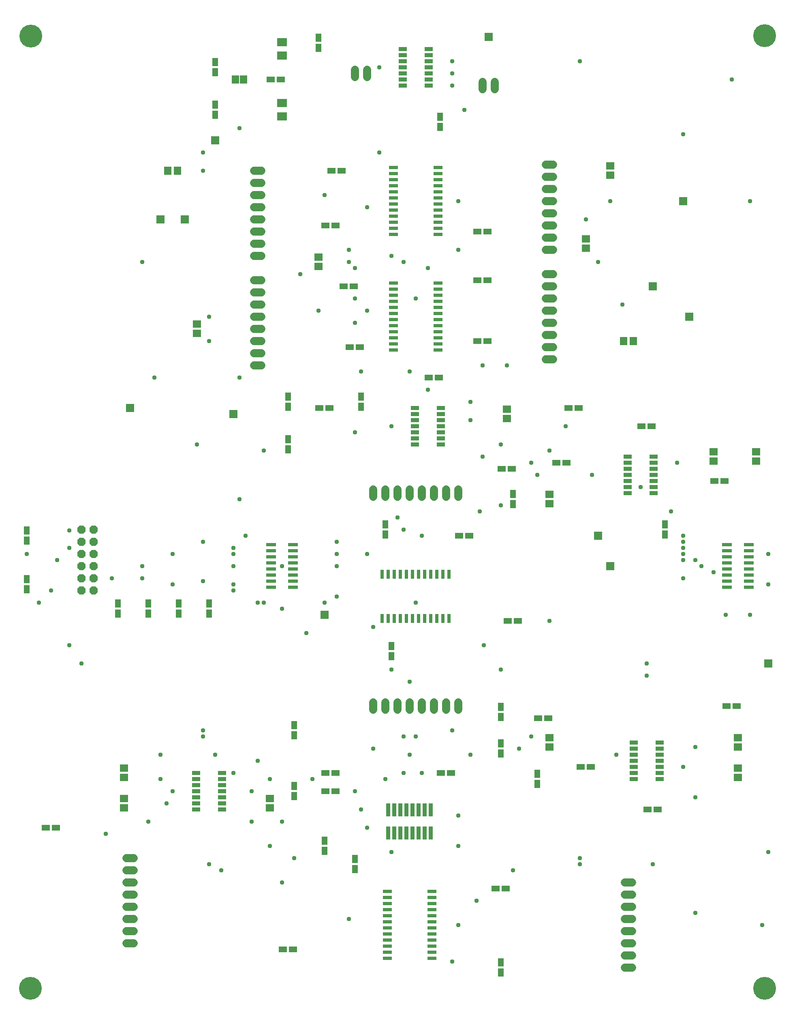
<source format=gbr>
G04 EAGLE Gerber X2 export*
%TF.Part,Single*%
%TF.FileFunction,Soldermask,Top,1*%
%TF.FilePolarity,Negative*%
%TF.GenerationSoftware,Autodesk,EAGLE,9.0.1*%
%TF.CreationDate,2019-04-22T21:04:02Z*%
G75*
%MOMM*%
%FSLAX34Y34*%
%LPD*%
%AMOC8*
5,1,8,0,0,1.08239X$1,22.5*%
G01*
%ADD10R,1.879600X0.711200*%
%ADD11R,1.803200X1.503200*%
%ADD12R,1.503200X1.803200*%
%ADD13R,1.203200X1.703200*%
%ADD14R,1.703200X1.203200*%
%ADD15R,0.711200X1.879600*%
%ADD16R,1.728200X0.853200*%
%ADD17P,1.869504X8X112.500000*%
%ADD18R,2.082800X0.711200*%
%ADD19R,0.812800X2.692400*%
%ADD20C,1.711200*%
%ADD21R,2.003200X1.803200*%
%ADD22R,1.503200X1.703200*%
%ADD23C,0.959600*%
%ADD24R,1.703200X1.703200*%
%ADD25C,4.775200*%


D10*
X791845Y1746250D03*
X791845Y1733550D03*
X791845Y1720850D03*
X791845Y1708150D03*
X791845Y1695450D03*
X791845Y1682750D03*
X791845Y1670050D03*
X791845Y1657350D03*
X791845Y1644650D03*
X791845Y1631950D03*
X791845Y1619250D03*
X791845Y1606550D03*
X884555Y1606550D03*
X884555Y1619250D03*
X884555Y1631950D03*
X884555Y1644650D03*
X884555Y1657350D03*
X884555Y1670050D03*
X884555Y1682750D03*
X884555Y1695450D03*
X884555Y1708150D03*
X884555Y1720850D03*
X884555Y1733550D03*
X884555Y1746250D03*
X791845Y1504950D03*
X791845Y1492250D03*
X791845Y1479550D03*
X791845Y1466850D03*
X791845Y1454150D03*
X791845Y1441450D03*
X791845Y1428750D03*
X791845Y1416050D03*
X791845Y1403350D03*
X791845Y1390650D03*
X791845Y1377950D03*
X791845Y1365250D03*
X884555Y1365250D03*
X884555Y1377950D03*
X884555Y1390650D03*
X884555Y1403350D03*
X884555Y1416050D03*
X884555Y1428750D03*
X884555Y1441450D03*
X884555Y1454150D03*
X884555Y1466850D03*
X884555Y1479550D03*
X884555Y1492250D03*
X884555Y1504950D03*
D11*
X1193800Y1597500D03*
X1193800Y1577500D03*
X1244600Y1729900D03*
X1244600Y1749900D03*
X381000Y1399700D03*
X381000Y1419700D03*
X1028700Y1241900D03*
X1028700Y1221900D03*
D12*
X1272700Y1384300D03*
X1292700Y1384300D03*
D11*
X1117600Y1044100D03*
X1117600Y1064100D03*
X1460500Y1153000D03*
X1460500Y1133000D03*
X1549400Y1153000D03*
X1549400Y1133000D03*
D13*
X571500Y1246775D03*
X571500Y1267825D03*
D14*
X1039225Y1117600D03*
X1018175Y1117600D03*
X886825Y1308100D03*
X865775Y1308100D03*
X658225Y1244600D03*
X637175Y1244600D03*
D13*
X723900Y1267825D03*
X723900Y1246775D03*
X571500Y1157875D03*
X571500Y1178925D03*
D14*
X1331325Y1206500D03*
X1310275Y1206500D03*
X1153525Y1130300D03*
X1132475Y1130300D03*
X1178925Y1244600D03*
X1157875Y1244600D03*
D13*
X1041400Y1043575D03*
X1041400Y1064625D03*
D15*
X908050Y897255D03*
X895350Y897255D03*
X882650Y897255D03*
X869950Y897255D03*
X857250Y897255D03*
X844550Y897255D03*
X831850Y897255D03*
X819150Y897255D03*
X806450Y897255D03*
X793750Y897255D03*
X781050Y897255D03*
X768350Y897255D03*
X768350Y804545D03*
X781050Y804545D03*
X793750Y804545D03*
X806450Y804545D03*
X819150Y804545D03*
X831850Y804545D03*
X844550Y804545D03*
X857250Y804545D03*
X869950Y804545D03*
X882650Y804545D03*
X895350Y804545D03*
X908050Y804545D03*
D10*
X779145Y234950D03*
X779145Y222250D03*
X779145Y209550D03*
X779145Y196850D03*
X779145Y184150D03*
X779145Y171450D03*
X779145Y158750D03*
X779145Y146050D03*
X779145Y133350D03*
X779145Y120650D03*
X779145Y107950D03*
X779145Y95250D03*
X871855Y95250D03*
X871855Y107950D03*
X871855Y120650D03*
X871855Y133350D03*
X871855Y146050D03*
X871855Y158750D03*
X871855Y171450D03*
X871855Y184150D03*
X871855Y196850D03*
X871855Y209550D03*
X871855Y222250D03*
X871855Y234950D03*
D11*
X228600Y492600D03*
X228600Y472600D03*
X228600Y409100D03*
X228600Y429100D03*
X533400Y409100D03*
X533400Y429100D03*
X1117600Y556100D03*
X1117600Y536100D03*
X1511300Y556100D03*
X1511300Y536100D03*
X1511300Y472600D03*
X1511300Y492600D03*
D14*
X1094375Y596900D03*
X1115425Y596900D03*
X912225Y482600D03*
X891175Y482600D03*
D13*
X1092200Y459375D03*
X1092200Y480425D03*
D14*
X1509125Y622300D03*
X1488075Y622300D03*
D13*
X1016000Y522875D03*
X1016000Y543925D03*
X1016000Y620125D03*
X1016000Y599075D03*
X1358900Y980075D03*
X1358900Y1001125D03*
D14*
X670925Y482600D03*
X649875Y482600D03*
X649875Y444500D03*
X670925Y444500D03*
D13*
X647700Y319675D03*
X647700Y340725D03*
X584200Y433975D03*
X584200Y455025D03*
D14*
X1344025Y406400D03*
X1322975Y406400D03*
D12*
X320200Y1739900D03*
X340200Y1739900D03*
D14*
X1462675Y1092200D03*
X1483725Y1092200D03*
D13*
X584200Y560975D03*
X584200Y582025D03*
D14*
X1204325Y495300D03*
X1183275Y495300D03*
D16*
X811080Y1993900D03*
X811080Y1981200D03*
X811080Y1968500D03*
X811080Y1955800D03*
X811080Y1943100D03*
X811080Y1930400D03*
X811080Y1917700D03*
X865320Y1917700D03*
X865320Y1930400D03*
X865320Y1943100D03*
X865320Y1955800D03*
X865320Y1968500D03*
X865320Y1981200D03*
X865320Y1993900D03*
X836480Y1244600D03*
X836480Y1231900D03*
X836480Y1219200D03*
X836480Y1206500D03*
X836480Y1193800D03*
X836480Y1181100D03*
X836480Y1168400D03*
X890720Y1168400D03*
X890720Y1181100D03*
X890720Y1193800D03*
X890720Y1206500D03*
X890720Y1219200D03*
X890720Y1231900D03*
X890720Y1244600D03*
X1280980Y1143000D03*
X1280980Y1130300D03*
X1280980Y1117600D03*
X1280980Y1104900D03*
X1280980Y1092200D03*
X1280980Y1079500D03*
X1280980Y1066800D03*
X1335220Y1066800D03*
X1335220Y1079500D03*
X1335220Y1092200D03*
X1335220Y1104900D03*
X1335220Y1117600D03*
X1335220Y1130300D03*
X1335220Y1143000D03*
X379280Y482600D03*
X379280Y469900D03*
X379280Y457200D03*
X379280Y444500D03*
X379280Y431800D03*
X379280Y419100D03*
X379280Y406400D03*
X433520Y406400D03*
X433520Y419100D03*
X433520Y431800D03*
X433520Y444500D03*
X433520Y457200D03*
X433520Y469900D03*
X433520Y482600D03*
X1293680Y546100D03*
X1293680Y533400D03*
X1293680Y520700D03*
X1293680Y508000D03*
X1293680Y495300D03*
X1293680Y482600D03*
X1293680Y469900D03*
X1347920Y469900D03*
X1347920Y482600D03*
X1347920Y495300D03*
X1347920Y508000D03*
X1347920Y520700D03*
X1347920Y533400D03*
X1347920Y546100D03*
D11*
X635000Y1539400D03*
X635000Y1559400D03*
D13*
X419100Y1877425D03*
X419100Y1856375D03*
X419100Y1966325D03*
X419100Y1945275D03*
D14*
X535575Y1930400D03*
X556625Y1930400D03*
X662575Y1739900D03*
X683625Y1739900D03*
X967375Y1612900D03*
X988425Y1612900D03*
X649875Y1625600D03*
X670925Y1625600D03*
D13*
X889000Y1830975D03*
X889000Y1852025D03*
D14*
X687975Y1498600D03*
X709025Y1498600D03*
X967375Y1384300D03*
X988425Y1384300D03*
X700675Y1371600D03*
X721725Y1371600D03*
X967375Y1511300D03*
X988425Y1511300D03*
X950325Y977900D03*
X929275Y977900D03*
D13*
X787400Y747125D03*
X787400Y726075D03*
X774700Y1001125D03*
X774700Y980075D03*
D14*
X1030875Y800100D03*
X1051925Y800100D03*
D13*
X711200Y302625D03*
X711200Y281575D03*
X1016000Y86725D03*
X1016000Y65675D03*
D14*
X560975Y114300D03*
X582025Y114300D03*
X1005475Y241300D03*
X1026525Y241300D03*
D13*
X215900Y836025D03*
X215900Y814975D03*
X279400Y836025D03*
X279400Y814975D03*
X342900Y836025D03*
X342900Y814975D03*
X406400Y836025D03*
X406400Y814975D03*
D14*
X86725Y368300D03*
X65675Y368300D03*
D13*
X25400Y967375D03*
X25400Y988425D03*
X25400Y886825D03*
X25400Y865775D03*
D17*
X165100Y863600D03*
X165100Y889000D03*
X165100Y914400D03*
X165100Y939800D03*
X165100Y965200D03*
X165100Y990600D03*
X139700Y863600D03*
X139700Y889000D03*
X139700Y914400D03*
X139700Y939800D03*
X139700Y965200D03*
X139700Y990600D03*
D18*
X581914Y869950D03*
X581914Y882650D03*
X581914Y895350D03*
X581914Y908050D03*
X581914Y920750D03*
X581914Y933450D03*
X581914Y946150D03*
X581914Y958850D03*
X535686Y958850D03*
X535686Y946150D03*
X535686Y933450D03*
X535686Y920750D03*
X535686Y908050D03*
X535686Y895350D03*
X535686Y882650D03*
X535686Y869950D03*
X1534414Y869950D03*
X1534414Y882650D03*
X1534414Y895350D03*
X1534414Y908050D03*
X1534414Y920750D03*
X1534414Y933450D03*
X1534414Y946150D03*
X1534414Y958850D03*
X1488186Y958850D03*
X1488186Y946150D03*
X1488186Y933450D03*
X1488186Y920750D03*
X1488186Y908050D03*
X1488186Y895350D03*
X1488186Y882650D03*
X1488186Y869950D03*
D19*
X781050Y356870D03*
X793750Y356870D03*
X806450Y356870D03*
X819150Y356870D03*
X831850Y356870D03*
X844550Y356870D03*
X857250Y356870D03*
X869950Y356870D03*
X869950Y405130D03*
X857250Y405130D03*
X844550Y405130D03*
X831850Y405130D03*
X819150Y405130D03*
X806450Y405130D03*
X793750Y405130D03*
X781050Y405130D03*
D20*
X515540Y1689100D02*
X500460Y1689100D01*
X500460Y1663700D02*
X515540Y1663700D01*
X515540Y1460500D02*
X500460Y1460500D01*
X500460Y1435100D02*
X515540Y1435100D01*
X515540Y1384300D02*
X500460Y1384300D01*
X500460Y1409700D02*
X515540Y1409700D01*
X515540Y1358900D02*
X500460Y1358900D01*
X500460Y1333500D02*
X515540Y1333500D01*
X1110060Y1346200D02*
X1125140Y1346200D01*
X1125140Y1371600D02*
X1110060Y1371600D01*
X1110060Y1422400D02*
X1125140Y1422400D01*
X1125140Y1397000D02*
X1110060Y1397000D01*
X927100Y1074340D02*
X927100Y1059260D01*
X901700Y1059260D02*
X901700Y1074340D01*
X876300Y1074340D02*
X876300Y1059260D01*
X850900Y1059260D02*
X850900Y1074340D01*
X1110060Y1524000D02*
X1125140Y1524000D01*
X1125140Y1498600D02*
X1110060Y1498600D01*
X1110060Y1447800D02*
X1125140Y1447800D01*
X1125140Y1473200D02*
X1110060Y1473200D01*
X825500Y1074340D02*
X825500Y1059260D01*
X800100Y1059260D02*
X800100Y1074340D01*
X515540Y1739900D02*
X500460Y1739900D01*
X500460Y1714500D02*
X515540Y1714500D01*
X749300Y1074340D02*
X749300Y1059260D01*
X774700Y1059260D02*
X774700Y1074340D01*
X927100Y629840D02*
X927100Y614760D01*
X901700Y614760D02*
X901700Y629840D01*
X850900Y629840D02*
X850900Y614760D01*
X876300Y614760D02*
X876300Y629840D01*
X825500Y629840D02*
X825500Y614760D01*
X800100Y614760D02*
X800100Y629840D01*
X774700Y629840D02*
X774700Y614760D01*
X749300Y614760D02*
X749300Y629840D01*
X1275160Y254000D02*
X1290240Y254000D01*
X1290240Y228600D02*
X1275160Y228600D01*
X1275160Y203200D02*
X1290240Y203200D01*
X1290240Y177800D02*
X1275160Y177800D01*
X1275160Y127000D02*
X1290240Y127000D01*
X1290240Y152400D02*
X1275160Y152400D01*
X1275160Y101600D02*
X1290240Y101600D01*
X1290240Y76200D02*
X1275160Y76200D01*
X248840Y304800D02*
X233760Y304800D01*
X233760Y279400D02*
X248840Y279400D01*
X1110060Y1600200D02*
X1125140Y1600200D01*
X1125140Y1574800D02*
X1110060Y1574800D01*
X248840Y228600D02*
X233760Y228600D01*
X233760Y254000D02*
X248840Y254000D01*
X248840Y203200D02*
X233760Y203200D01*
X233760Y177800D02*
X248840Y177800D01*
X248840Y127000D02*
X233760Y127000D01*
X233760Y152400D02*
X248840Y152400D01*
X977900Y1910160D02*
X977900Y1925240D01*
X1003300Y1925240D02*
X1003300Y1910160D01*
X736600Y1935560D02*
X736600Y1950640D01*
X711200Y1950640D02*
X711200Y1935560D01*
X1110060Y1727200D02*
X1125140Y1727200D01*
X1125140Y1752600D02*
X1110060Y1752600D01*
X515540Y1612900D02*
X500460Y1612900D01*
X500460Y1638300D02*
X515540Y1638300D01*
X515540Y1562100D02*
X500460Y1562100D01*
X500460Y1587500D02*
X515540Y1587500D01*
X1110060Y1625600D02*
X1125140Y1625600D01*
X1125140Y1651000D02*
X1110060Y1651000D01*
X1110060Y1676400D02*
X1125140Y1676400D01*
X1125140Y1701800D02*
X1110060Y1701800D01*
X515540Y1485900D02*
X500460Y1485900D01*
X500460Y1511300D02*
X515540Y1511300D01*
D21*
X558800Y1852900D03*
X558800Y1880900D03*
X558800Y1979900D03*
X558800Y2007900D03*
D13*
X635000Y2017125D03*
X635000Y1996075D03*
D22*
X461400Y1930400D03*
X478400Y1930400D03*
D23*
X762000Y1955800D03*
X850900Y977900D03*
X774700Y469900D03*
X698500Y177800D03*
X647700Y1689100D03*
X1257300Y520700D03*
X457200Y863600D03*
X330200Y444500D03*
X787400Y1206500D03*
X736600Y1447800D03*
X1485900Y812800D03*
X1206500Y1104900D03*
X1574800Y939800D03*
X1574800Y876300D03*
X749300Y787400D03*
X980920Y749300D03*
X76200Y863600D03*
X977900Y1143000D03*
X977900Y1333500D03*
X698500Y1574800D03*
X914400Y88900D03*
X139700Y711200D03*
X971832Y1028700D03*
X266700Y1549400D03*
X812800Y1549400D03*
X393700Y1778000D03*
X762000Y1778000D03*
X965200Y215900D03*
X114300Y749300D03*
X114300Y952500D03*
X114300Y988425D03*
X711200Y1536700D03*
X647700Y838200D03*
X838200Y838200D03*
X520700Y838200D03*
X457200Y952500D03*
X939800Y1866900D03*
X927100Y1676400D03*
X927100Y165100D03*
X927100Y330200D03*
X1397000Y495300D03*
X495300Y444500D03*
X508000Y508000D03*
X508000Y838200D03*
X533400Y330200D03*
X495300Y381000D03*
X952500Y1257300D03*
X952500Y1219200D03*
X1308100Y1079500D03*
X1371600Y1028700D03*
X469900Y1054100D03*
X927100Y1574800D03*
X863600Y1536700D03*
X838200Y1473200D03*
D24*
X419100Y1803400D03*
D23*
X1397000Y1816100D03*
X1435100Y914400D03*
D24*
X990600Y2019300D03*
D23*
X1498600Y1930400D03*
X914400Y1943100D03*
X812800Y990600D03*
X698500Y1549400D03*
X736600Y1663700D03*
X596900Y1524000D03*
X635000Y1447800D03*
X787400Y698500D03*
X25400Y939800D03*
X50800Y838200D03*
X393700Y882932D03*
X393700Y1739900D03*
X1397000Y889000D03*
D24*
X355600Y1638300D03*
D23*
X330200Y876300D03*
X457200Y876300D03*
D24*
X304800Y1638300D03*
D23*
X787400Y1562100D03*
X1422400Y927100D03*
D24*
X1409700Y1435100D03*
X457200Y1231900D03*
D23*
X1117600Y1155700D03*
X1219200Y1549400D03*
D24*
X1333500Y1498600D03*
D23*
X1244600Y1676400D03*
X1536700Y812800D03*
X1536700Y1676400D03*
D24*
X1397000Y1676400D03*
D23*
X1193800Y1638300D03*
X1181100Y1968500D03*
X914400Y1968500D03*
X723900Y1320800D03*
X711200Y1473200D03*
X469900Y1308100D03*
X292100Y1308100D03*
X558800Y914400D03*
X266700Y889000D03*
D24*
X241300Y1244600D03*
D23*
X406400Y1435100D03*
X711200Y1193800D03*
X711200Y1422400D03*
X406400Y1384300D03*
X381000Y1168400D03*
X520700Y1155700D03*
X825500Y1320800D03*
X863600Y1282700D03*
X1028700Y1333500D03*
X1092200Y1104900D03*
X1016000Y1041400D03*
X1384300Y1130300D03*
X1270000Y1460500D03*
X1151807Y1206500D03*
X1016000Y1168400D03*
X1079500Y1130300D03*
X800100Y1016000D03*
X1397000Y977900D03*
D24*
X1219200Y977900D03*
D23*
X558800Y825500D03*
X1117600Y800100D03*
D24*
X647700Y812800D03*
D23*
X914400Y571500D03*
X838200Y558800D03*
X1320800Y711200D03*
X1016000Y698500D03*
X393700Y558800D03*
X812800Y558800D03*
X825500Y673100D03*
X1320800Y685800D03*
X825500Y520700D03*
X419100Y520700D03*
X952500Y520700D03*
X317500Y419100D03*
X431800Y279400D03*
X558800Y381000D03*
X723900Y406400D03*
X749300Y533400D03*
X558800Y254000D03*
X1054100Y533400D03*
X711200Y444500D03*
X736600Y368300D03*
X1079500Y558800D03*
X1041400Y279400D03*
X584200Y304800D03*
X787400Y317500D03*
X457200Y482600D03*
X279400Y381000D03*
X533400Y469900D03*
X622300Y469900D03*
X850900Y482600D03*
X812800Y482600D03*
X1422400Y190500D03*
X1422400Y431800D03*
X1422400Y536100D03*
X1562100Y165100D03*
X1333500Y292100D03*
X1181100Y292100D03*
X393700Y571500D03*
X304800Y520700D03*
X304800Y469900D03*
X406400Y292100D03*
X1574800Y317500D03*
X1181100Y304800D03*
D24*
X1574800Y711200D03*
D23*
X673100Y914400D03*
X1460500Y901700D03*
D24*
X1244600Y914400D03*
D23*
X203200Y889000D03*
X673100Y939800D03*
X1397000Y939800D03*
X673100Y850900D03*
X736600Y939800D03*
X266700Y914400D03*
X457200Y914400D03*
X1397000Y927100D03*
X330200Y939800D03*
X457200Y939800D03*
X1397000Y952500D03*
X393700Y965200D03*
X673100Y965200D03*
X1397000Y965200D03*
X482600Y977900D03*
X88900Y927100D03*
X927100Y393700D03*
X190500Y355600D03*
X469900Y1828800D03*
X609600Y774700D03*
X914400Y1917700D03*
D25*
X34290Y2020570D03*
X1567180Y2021840D03*
X33020Y33020D03*
X1567180Y33020D03*
M02*

</source>
